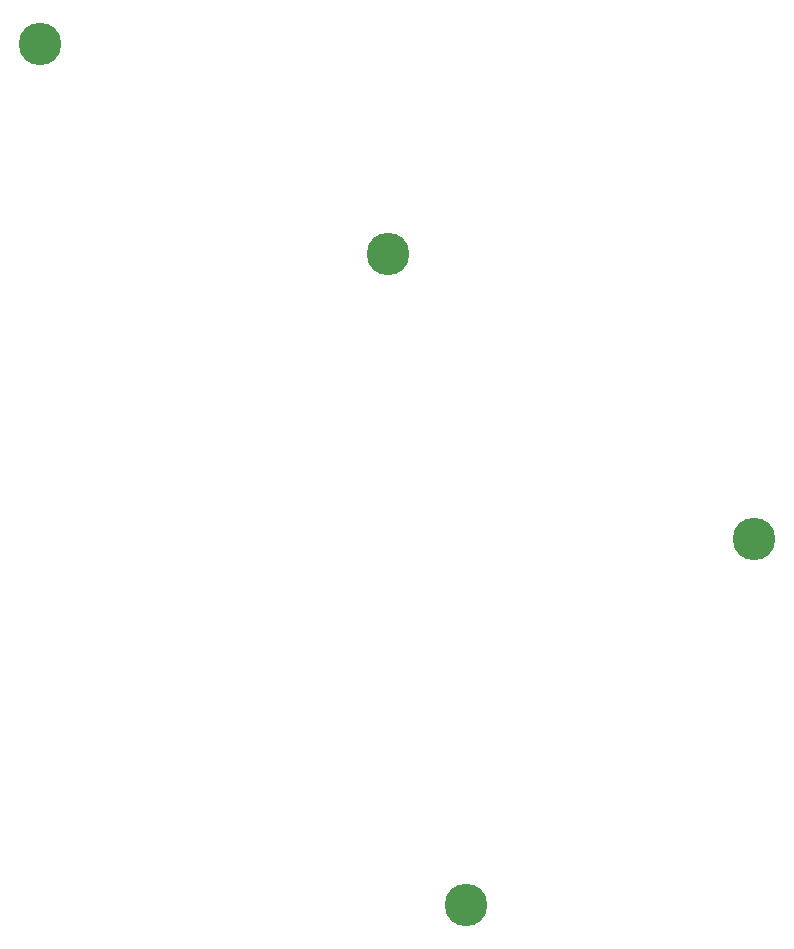
<source format=gbr>
G04 #@! TF.GenerationSoftware,KiCad,Pcbnew,(5.1.7)-1*
G04 #@! TF.CreationDate,2020-11-23T23:32:24-08:00*
G04 #@! TF.ProjectId,panelized001,70616e65-6c69-47a6-9564-3030312e6b69,rev?*
G04 #@! TF.SameCoordinates,Original*
G04 #@! TF.FileFunction,Soldermask,Bot*
G04 #@! TF.FilePolarity,Negative*
%FSLAX46Y46*%
G04 Gerber Fmt 4.6, Leading zero omitted, Abs format (unit mm)*
G04 Created by KiCad (PCBNEW (5.1.7)-1) date 2020-11-23 23:32:24*
%MOMM*%
%LPD*%
G01*
G04 APERTURE LIST*
%ADD10C,3.600000*%
G04 APERTURE END LIST*
D10*
X101600000Y-80772000D03*
X70612000Y-56642000D03*
X77216000Y-111760000D03*
X41148000Y-38862000D03*
M02*

</source>
